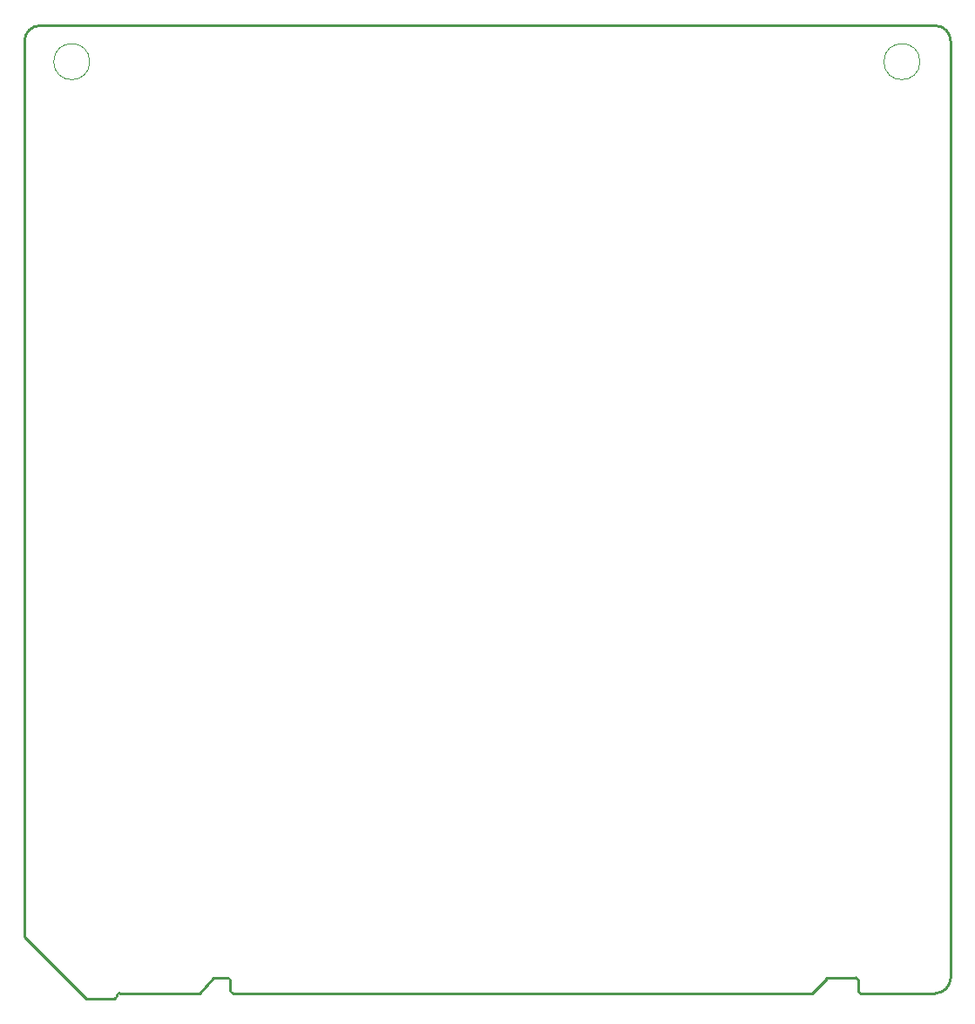
<source format=gbr>
G04 #@! TF.GenerationSoftware,KiCad,Pcbnew,(5.99.0-10336-g9846076676)*
G04 #@! TF.CreationDate,2021-04-17T01:38:01-06:00*
G04 #@! TF.ProjectId,yolo-badge,796f6c6f-2d62-4616-9467-652e6b696361,rev?*
G04 #@! TF.SameCoordinates,Original*
G04 #@! TF.FileFunction,Profile,NP*
%FSLAX46Y46*%
G04 Gerber Fmt 4.6, Leading zero omitted, Abs format (unit mm)*
G04 Created by KiCad (PCBNEW (5.99.0-10336-g9846076676)) date 2021-04-17 01:38:01*
%MOMM*%
%LPD*%
G01*
G04 APERTURE LIST*
G04 #@! TA.AperFunction,Profile*
%ADD10C,0.050000*%
G04 #@! TD*
G04 #@! TA.AperFunction,Profile*
%ADD11C,0.250000*%
G04 #@! TD*
G04 APERTURE END LIST*
D10*
X105270000Y-50400000D02*
G75*
G03*
X105270000Y-50400000I-1750000J0D01*
G01*
X185940000Y-50400000D02*
G75*
G03*
X185940000Y-50400000I-1750000J0D01*
G01*
D11*
X100433334Y-46900000D02*
X187433334Y-46900000D01*
X187433334Y-46900000D02*
G75*
G02*
X188933334Y-48400000I0J-1500000D01*
G01*
X188933334Y-139400000D02*
X188933334Y-48400000D01*
X188933334Y-139400000D02*
G75*
G02*
X187433334Y-140900000I-1500000J0D01*
G01*
X180133334Y-140900000D02*
X187433334Y-140900000D01*
X180133334Y-140900000D02*
G75*
G02*
X179933334Y-140700000I0J200000D01*
G01*
X179933334Y-139600000D02*
X179933334Y-140700000D01*
X179733334Y-139400000D02*
G75*
G02*
X179933334Y-139600000I0J-200000D01*
G01*
X177016176Y-139400000D02*
X179733334Y-139400000D01*
X176874755Y-139458579D02*
G75*
G02*
X177016176Y-139400000I141421J-141421D01*
G01*
X175433334Y-140900000D02*
X176874755Y-139458578D01*
X119133334Y-140900000D02*
X175433334Y-140900000D01*
X119133334Y-140900000D02*
G75*
G02*
X118933334Y-140700000I0J200000D01*
G01*
X118933334Y-139600000D02*
X118933334Y-140700000D01*
X118733334Y-139400000D02*
G75*
G02*
X118933334Y-139600000I0J-200000D01*
G01*
X117271538Y-139400000D02*
X118733334Y-139400000D01*
X115933334Y-140900000D02*
X117271538Y-139400000D01*
X108133334Y-140900000D02*
X115933334Y-140900000D01*
X107933333Y-141100000D02*
G75*
G02*
X108133334Y-140899999I200001J0D01*
G01*
X107933334Y-141200000D02*
X107933334Y-141100000D01*
X107933334Y-141200000D02*
G75*
G02*
X107733334Y-141400000I-200000J0D01*
G01*
X107733334Y-141400000D02*
X104933334Y-141400000D01*
X98933334Y-135400000D02*
X104933334Y-141400000D01*
X98933334Y-48400000D02*
X98933334Y-135400000D01*
X98933334Y-48400000D02*
G75*
G02*
X100433334Y-46900000I1500000J0D01*
G01*
M02*

</source>
